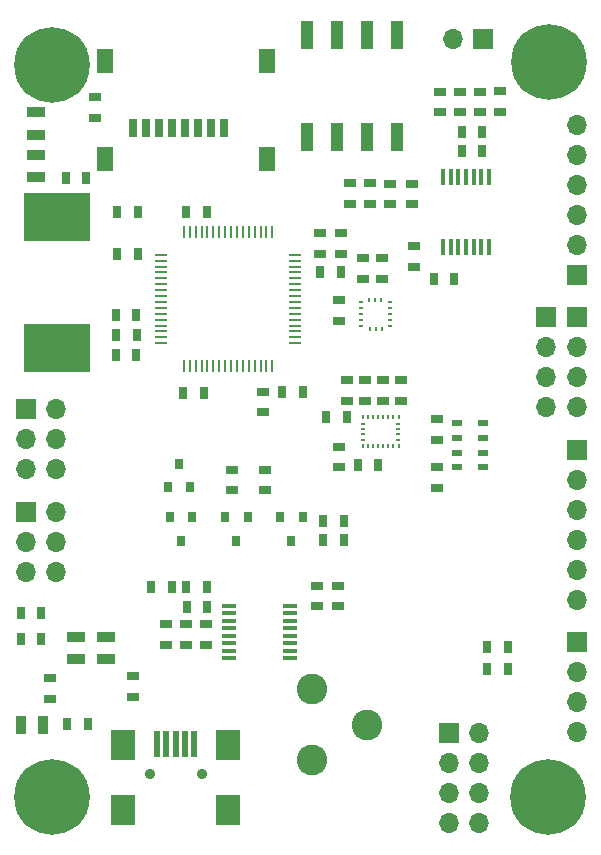
<source format=gts>
G04 #@! TF.FileFunction,Soldermask,Top*
%FSLAX46Y46*%
G04 Gerber Fmt 4.6, Leading zero omitted, Abs format (unit mm)*
G04 Created by KiCad (PCBNEW 4.0.7) date 02/18/18 10:01:47*
%MOMM*%
%LPD*%
G01*
G04 APERTURE LIST*
%ADD10C,0.100000*%
%ADD11R,0.670000X1.000000*%
%ADD12R,1.000000X0.670000*%
%ADD13R,1.000000X0.250000*%
%ADD14R,0.250000X1.000000*%
%ADD15R,0.230000X0.350000*%
%ADD16R,0.350000X0.230000*%
%ADD17R,1.700000X1.700000*%
%ADD18O,1.700000X1.700000*%
%ADD19R,0.250000X0.350000*%
%ADD20R,0.350000X0.250000*%
%ADD21R,5.600000X4.100000*%
%ADD22C,2.600000*%
%ADD23R,1.450000X2.000000*%
%ADD24R,0.800000X1.500000*%
%ADD25R,1.998980X2.499360*%
%ADD26C,0.909320*%
%ADD27R,0.500380X2.301240*%
%ADD28R,1.120000X2.440000*%
%ADD29R,1.200000X0.400000*%
%ADD30R,0.450000X1.450000*%
%ADD31R,0.950000X0.550000*%
%ADD32C,6.400000*%
%ADD33R,1.500000X0.970000*%
%ADD34R,0.800000X0.900000*%
%ADD35R,0.970000X1.500000*%
G04 APERTURE END LIST*
D10*
D11*
X118462500Y-56350000D03*
X120212500Y-56350000D03*
D12*
X113300000Y-77525000D03*
X113300000Y-75775000D03*
D13*
X93000000Y-65150000D03*
X93000000Y-65650000D03*
X93000000Y-66150000D03*
X93000000Y-66650000D03*
X93000000Y-67150000D03*
X93000000Y-67650000D03*
X93000000Y-68150000D03*
X93000000Y-68650000D03*
X93000000Y-69150000D03*
X93000000Y-69650000D03*
X93000000Y-70150000D03*
X93000000Y-70650000D03*
X93000000Y-71150000D03*
X93000000Y-71650000D03*
X93000000Y-72150000D03*
X93000000Y-72650000D03*
D14*
X94950000Y-74600000D03*
X95450000Y-74600000D03*
X95950000Y-74600000D03*
X96450000Y-74600000D03*
X96950000Y-74600000D03*
X97450000Y-74600000D03*
X97950000Y-74600000D03*
X98450000Y-74600000D03*
X98950000Y-74600000D03*
X99450000Y-74600000D03*
X99950000Y-74600000D03*
X100450000Y-74600000D03*
X100950000Y-74600000D03*
X101450000Y-74600000D03*
X101950000Y-74600000D03*
X102450000Y-74600000D03*
D13*
X104400000Y-72650000D03*
X104400000Y-72150000D03*
X104400000Y-71650000D03*
X104400000Y-71150000D03*
X104400000Y-70650000D03*
X104400000Y-70150000D03*
X104400000Y-69650000D03*
X104400000Y-69150000D03*
X104400000Y-68650000D03*
X104400000Y-68150000D03*
X104400000Y-67650000D03*
X104400000Y-67150000D03*
X104400000Y-66650000D03*
X104400000Y-66150000D03*
X104400000Y-65650000D03*
X104400000Y-65150000D03*
D14*
X102450000Y-63200000D03*
X101950000Y-63200000D03*
X101450000Y-63200000D03*
X100950000Y-63200000D03*
X100450000Y-63200000D03*
X99950000Y-63200000D03*
X99450000Y-63200000D03*
X98950000Y-63200000D03*
X98450000Y-63200000D03*
X97950000Y-63200000D03*
X97450000Y-63200000D03*
X96950000Y-63200000D03*
X96450000Y-63200000D03*
X95950000Y-63200000D03*
X95450000Y-63200000D03*
X94950000Y-63200000D03*
D15*
X110120000Y-78925000D03*
D16*
X110150000Y-79505000D03*
X113100000Y-79505000D03*
X110150000Y-79935000D03*
X113100000Y-79935000D03*
X110150000Y-80365000D03*
X113100000Y-80365000D03*
X110150000Y-80795000D03*
X113100000Y-80795000D03*
D15*
X110550000Y-78925000D03*
X110980000Y-78925000D03*
X111410000Y-78925000D03*
X111840000Y-78925000D03*
X112270000Y-78925000D03*
X112700000Y-78925000D03*
X113130000Y-78925000D03*
X110120000Y-81375000D03*
X110550000Y-81375000D03*
X110980000Y-81375000D03*
X111410000Y-81375000D03*
X111840000Y-81375000D03*
X112270000Y-81375000D03*
X112700000Y-81375000D03*
X113130000Y-81375000D03*
D12*
X111725000Y-67175000D03*
X111725000Y-65425000D03*
D17*
X81610000Y-86910000D03*
D18*
X84150000Y-86910000D03*
X81610000Y-89450000D03*
X84150000Y-89450000D03*
X81610000Y-91990000D03*
X84150000Y-91990000D03*
D19*
X111650000Y-68950000D03*
X111150000Y-68950000D03*
X110650000Y-68950000D03*
X110740000Y-71430000D03*
X111240000Y-71430000D03*
X111740000Y-71430000D03*
D20*
X112375000Y-69175000D03*
X112375000Y-69675000D03*
X112375000Y-70175000D03*
X112375000Y-70675000D03*
X112375000Y-71175000D03*
X109925000Y-71175000D03*
X109925000Y-70675000D03*
X109925000Y-70175000D03*
X109925000Y-69675000D03*
X109925000Y-69175000D03*
D21*
X84200000Y-73050000D03*
X84200000Y-61950000D03*
D22*
X105800000Y-101950000D03*
X105800000Y-107950000D03*
X110500000Y-104950000D03*
D23*
X102000000Y-57050000D03*
X88250000Y-57050000D03*
X88250000Y-48750000D03*
D24*
X90630000Y-54450000D03*
X91730000Y-54450000D03*
X92830000Y-54450000D03*
X93930000Y-54450000D03*
X95030000Y-54450000D03*
X97230000Y-54450000D03*
X98330000Y-54450000D03*
X96130000Y-54450000D03*
D23*
X102000000Y-48750000D03*
D25*
X89799840Y-112150000D03*
X89799840Y-106650900D03*
X98700000Y-106650900D03*
X98700000Y-112150000D03*
D26*
X92050280Y-109150260D03*
X96449560Y-109150260D03*
D27*
X95850120Y-106549300D03*
X95050020Y-106549300D03*
X94249920Y-106549300D03*
X93449820Y-106549300D03*
X92649720Y-106549300D03*
D17*
X128200000Y-66830000D03*
D18*
X128200000Y-64290000D03*
X128200000Y-61750000D03*
X128200000Y-59210000D03*
X128200000Y-56670000D03*
X128200000Y-54130000D03*
D17*
X128200000Y-70450000D03*
D18*
X128200000Y-72990000D03*
X128200000Y-75530000D03*
X128200000Y-78070000D03*
D17*
X81610000Y-78210000D03*
D18*
X84150000Y-78210000D03*
X81610000Y-80750000D03*
X84150000Y-80750000D03*
X81610000Y-83290000D03*
X84150000Y-83290000D03*
D28*
X105390000Y-55155000D03*
X113010000Y-46545000D03*
X107930000Y-55155000D03*
X110470000Y-46545000D03*
X110470000Y-55155000D03*
X107930000Y-46545000D03*
X113010000Y-55155000D03*
X105390000Y-46545000D03*
D29*
X103980254Y-99326726D03*
X103980254Y-98691726D03*
X103980254Y-98056726D03*
X103980254Y-97421726D03*
X103980254Y-96786726D03*
X103980254Y-96151726D03*
X103980254Y-95516726D03*
X103980254Y-94881726D03*
X98780254Y-94881726D03*
X98780254Y-95516726D03*
X98780254Y-96151726D03*
X98780254Y-96786726D03*
X98780254Y-97421726D03*
X98780254Y-98056726D03*
X98780254Y-98691726D03*
X98780254Y-99326726D03*
D30*
X120800000Y-58600000D03*
X120150000Y-58600000D03*
X119500000Y-58600000D03*
X118850000Y-58600000D03*
X118200000Y-58600000D03*
X117550000Y-58600000D03*
X116900000Y-58600000D03*
X116900000Y-64500000D03*
X117550000Y-64500000D03*
X118200000Y-64500000D03*
X118850000Y-64500000D03*
X119500000Y-64500000D03*
X120150000Y-64500000D03*
X120800000Y-64500000D03*
D31*
X118100000Y-83150000D03*
X118100000Y-79400000D03*
X118100000Y-80650000D03*
X118100000Y-81900000D03*
X120250000Y-79400000D03*
X120250000Y-80650000D03*
X120250000Y-81900000D03*
X120250000Y-83150000D03*
D17*
X117400000Y-105670000D03*
D18*
X119940000Y-105670000D03*
X117400000Y-108210000D03*
X119940000Y-108210000D03*
X117400000Y-110750000D03*
X119940000Y-110750000D03*
X117400000Y-113290000D03*
X119940000Y-113290000D03*
D17*
X120300000Y-46850000D03*
D18*
X117760000Y-46850000D03*
D17*
X128200000Y-81650000D03*
D18*
X128200000Y-84190000D03*
X128200000Y-86730000D03*
X128200000Y-89270000D03*
X128200000Y-91810000D03*
X128200000Y-94350000D03*
D17*
X125600000Y-70450000D03*
D18*
X125600000Y-72990000D03*
X125600000Y-75530000D03*
X125600000Y-78070000D03*
D17*
X128200000Y-97950000D03*
D18*
X128200000Y-100490000D03*
X128200000Y-103030000D03*
X128200000Y-105570000D03*
D32*
X125850000Y-48850000D03*
X125800000Y-111050000D03*
X83800000Y-49050000D03*
X83800000Y-111050000D03*
D11*
X93925000Y-93300000D03*
X92175000Y-93300000D03*
D12*
X108000000Y-93175000D03*
X108000000Y-94925000D03*
X93480254Y-96454226D03*
X93480254Y-98204226D03*
X95130254Y-96454226D03*
X95130254Y-98204226D03*
X96830254Y-96454226D03*
X96830254Y-98204226D03*
D11*
X106750000Y-89300000D03*
X108500000Y-89300000D03*
D12*
X99050000Y-85087500D03*
X99050000Y-83337500D03*
D11*
X106750000Y-87700000D03*
X108500000Y-87700000D03*
D12*
X101850000Y-85087500D03*
X101850000Y-83337500D03*
D11*
X106475000Y-66650000D03*
X108225000Y-66650000D03*
D12*
X101650000Y-76750000D03*
X101650000Y-78500000D03*
D11*
X89175000Y-70250000D03*
X90925000Y-70250000D03*
D12*
X108250000Y-65062500D03*
X108250000Y-63312500D03*
D11*
X89312500Y-65050000D03*
X91062500Y-65050000D03*
X95125000Y-61550000D03*
X96875000Y-61550000D03*
D12*
X106450000Y-65062500D03*
X106450000Y-63312500D03*
D11*
X90925000Y-73600000D03*
X89175000Y-73600000D03*
X103275000Y-76750000D03*
X105025000Y-76750000D03*
X90950000Y-71950000D03*
X89200000Y-71950000D03*
X96650000Y-76900000D03*
X94900000Y-76900000D03*
D12*
X110125000Y-67175000D03*
X110125000Y-65425000D03*
X121700000Y-53062500D03*
X121700000Y-51312500D03*
X116600000Y-51337500D03*
X116600000Y-53087500D03*
D11*
X118462500Y-54750000D03*
X120212500Y-54750000D03*
D12*
X114400000Y-64450000D03*
X114400000Y-66200000D03*
X108800000Y-77525000D03*
X108800000Y-75775000D03*
X116350000Y-79062500D03*
X116350000Y-80812500D03*
D11*
X108775000Y-78850000D03*
X107025000Y-78850000D03*
D12*
X110300000Y-77525000D03*
X110300000Y-75775000D03*
X111800000Y-77525000D03*
X111800000Y-75775000D03*
D33*
X88400000Y-97490000D03*
X88400000Y-99400000D03*
X85820000Y-97486000D03*
X85820000Y-99396000D03*
D34*
X93600000Y-84850000D03*
X95500000Y-84850000D03*
X94550000Y-82850000D03*
D35*
X83055000Y-104950000D03*
X81145000Y-104950000D03*
D33*
X82440000Y-55010000D03*
X82440000Y-53100000D03*
D11*
X96930254Y-95004226D03*
X95180254Y-95004226D03*
D34*
X95650000Y-87350000D03*
X93750000Y-87350000D03*
X94700000Y-89350000D03*
D11*
X96925000Y-93300000D03*
X95175000Y-93300000D03*
D12*
X106200000Y-94925000D03*
X106200000Y-93175000D03*
X90650000Y-102600000D03*
X90650000Y-100850000D03*
X83600000Y-100975000D03*
X83600000Y-102725000D03*
D11*
X85087500Y-104850000D03*
X86837500Y-104850000D03*
X120625000Y-98350000D03*
X122375000Y-98350000D03*
X120625000Y-100250000D03*
X122375000Y-100250000D03*
D12*
X108100000Y-69012500D03*
X108100000Y-70762500D03*
D11*
X89325000Y-61550000D03*
X91075000Y-61550000D03*
D12*
X118300000Y-53087500D03*
X118300000Y-51337500D03*
X120000000Y-53087500D03*
X120000000Y-51337500D03*
D11*
X116100000Y-67200000D03*
X117850000Y-67200000D03*
D12*
X108100000Y-81400000D03*
X108100000Y-83150000D03*
X116400000Y-84900000D03*
X116400000Y-83150000D03*
D11*
X111412500Y-82950000D03*
X109662500Y-82950000D03*
D12*
X114250000Y-60887500D03*
X114250000Y-59137500D03*
X112450000Y-60875000D03*
X112450000Y-59125000D03*
X110700000Y-60862500D03*
X110700000Y-59112500D03*
X109000000Y-60862500D03*
X109000000Y-59112500D03*
X87440000Y-53570000D03*
X87440000Y-51820000D03*
D11*
X82900000Y-95450000D03*
X81150000Y-95450000D03*
X82900000Y-97650000D03*
X81150000Y-97650000D03*
D34*
X105000000Y-87350000D03*
X103100000Y-87350000D03*
X104050000Y-89350000D03*
X100350000Y-87350000D03*
X98450000Y-87350000D03*
X99400000Y-89350000D03*
D33*
X82430000Y-58580000D03*
X82430000Y-56670000D03*
D11*
X86690000Y-58620000D03*
X84940000Y-58620000D03*
M02*

</source>
